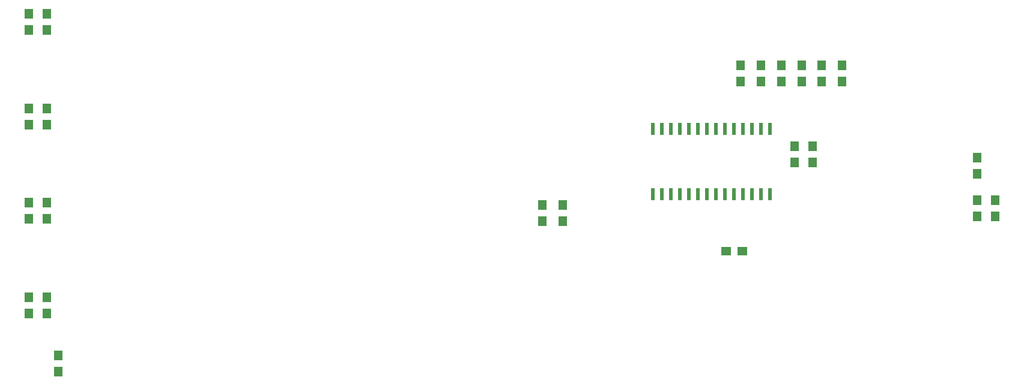
<source format=gbr>
G04 DesignSpark PCB Gerber Version 11.0 Build 5877*
G04 #@! TF.Part,Single*
G04 #@! TF.FileFunction,Paste,Top*
G04 #@! TF.FilePolarity,Positive*
%FSLAX35Y35*%
%MOIN*%
G04 #@! TA.AperFunction,SMDPad,CuDef*
%ADD118R,0.01962X0.07080*%
%ADD117R,0.05100X0.05600*%
%ADD119R,0.05600X0.05100*%
G04 #@! TD.AperFunction*
X0Y0D02*
D02*
D117*
X81500Y95750D03*
Y104750D03*
Y148250D03*
Y157250D03*
Y200750D03*
Y209750D03*
Y253250D03*
Y262250D03*
X91500Y95750D03*
Y104750D03*
Y148250D03*
Y157250D03*
Y200750D03*
Y209750D03*
Y253250D03*
Y262250D03*
X97750Y63250D03*
Y72250D03*
X366500Y147000D03*
Y156000D03*
X377750Y147000D03*
Y156000D03*
X476500Y224500D03*
Y233500D03*
X487750Y224500D03*
Y233500D03*
X499000Y224500D03*
Y233500D03*
X506500Y179500D03*
Y188500D03*
X510250Y224500D03*
Y233500D03*
X516500Y179500D03*
Y188500D03*
X521500Y224500D03*
Y233500D03*
X532750Y224500D03*
Y233500D03*
X607750Y149500D03*
Y158500D03*
Y173250D03*
Y182250D03*
X617750Y149500D03*
Y158500D03*
D02*
D118*
X427750Y162120D03*
Y198380D03*
X432750Y162120D03*
Y198380D03*
X437750Y162120D03*
Y198380D03*
X442750Y162120D03*
Y198380D03*
X447750Y162120D03*
Y198380D03*
X452750Y162120D03*
Y198380D03*
X457750Y162120D03*
Y198380D03*
X462750Y162120D03*
Y198380D03*
X467750Y162120D03*
Y198380D03*
X472750Y162120D03*
Y198380D03*
X477750Y162120D03*
Y198380D03*
X482750Y162120D03*
Y198380D03*
X487750Y162120D03*
Y198380D03*
X492750Y162120D03*
Y198380D03*
D02*
D119*
X468250Y130250D03*
X477250D03*
X0Y0D02*
M02*

</source>
